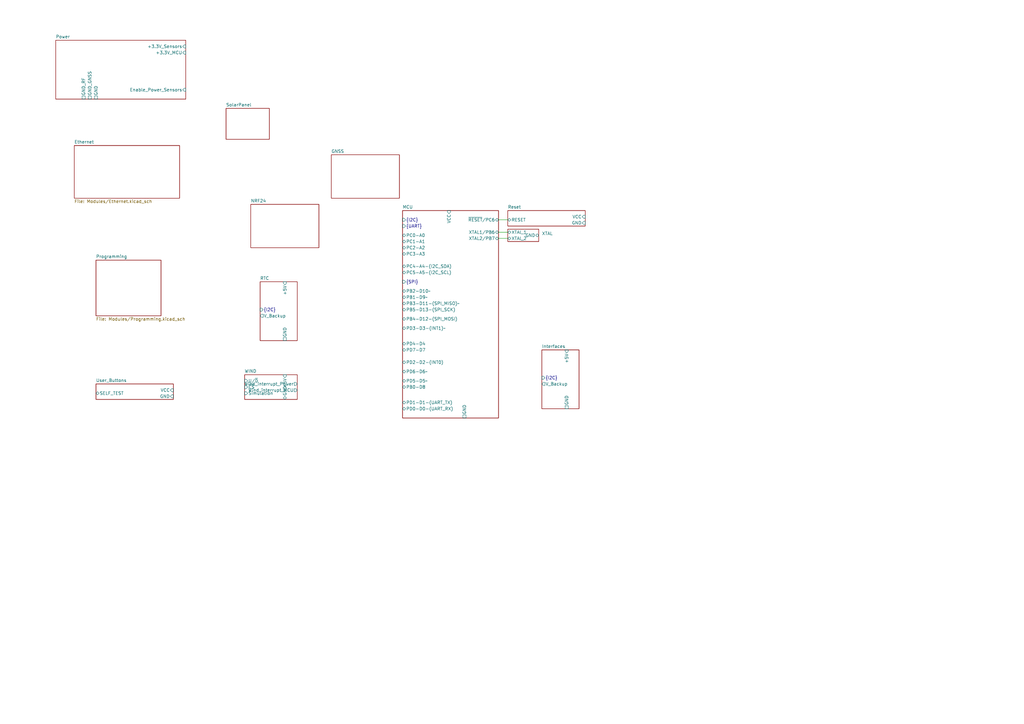
<source format=kicad_sch>
(kicad_sch
	(version 20231120)
	(generator "eeschema")
	(generator_version "8.0")
	(uuid "4bc9f80e-0a24-4618-ba5d-3a118070c43e")
	(paper "A3")
	(lib_symbols)
	(wire
		(pts
			(xy 204.47 95.25) (xy 208.28 95.25)
		)
		(stroke
			(width 0)
			(type default)
		)
		(uuid "37e8f825-6a4c-42d1-ac92-45925727149d")
	)
	(wire
		(pts
			(xy 204.47 97.79) (xy 208.28 97.79)
		)
		(stroke
			(width 0)
			(type default)
		)
		(uuid "3a5da3f3-6b92-4dc2-81a2-0c18caf7a786")
	)
	(wire
		(pts
			(xy 204.47 90.17) (xy 208.28 90.17)
		)
		(stroke
			(width 0)
			(type default)
		)
		(uuid "e3e260e6-e765-4172-8f26-afa8649de39f")
	)
	(sheet
		(at 22.86 16.51)
		(size 53.34 24.13)
		(fields_autoplaced yes)
		(stroke
			(width 0.1524)
			(type solid)
		)
		(fill
			(color 0 0 0 0.0000)
		)
		(uuid "227f63a5-2f15-4037-8fc8-26de9d1f16ea")
		(property "Sheetname" "Power"
			(at 22.86 15.7984 0)
			(effects
				(font
					(size 1.27 1.27)
				)
				(justify left bottom)
			)
		)
		(property "Sheetfile" "Modules/Power.kicad_sch"
			(at 22.86 41.2246 0)
			(effects
				(font
					(size 1.27 1.27)
				)
				(justify left top)
				(hide yes)
			)
		)
		(pin "Enable_Power_Sensors" input
			(at 76.2 36.83 0)
			(effects
				(font
					(size 1.27 1.27)
				)
				(justify right)
			)
			(uuid "62cfbb64-a1be-4932-97b4-740dae8701b6")
		)
		(pin "+3.3V_Sensors" input
			(at 76.2 19.05 0)
			(effects
				(font
					(size 1.27 1.27)
				)
				(justify right)
			)
			(uuid "24463893-8fb3-4f99-8747-0a8be59612d0")
		)
		(pin "+3.3V_MCU" input
			(at 76.2 21.59 0)
			(effects
				(font
					(size 1.27 1.27)
				)
				(justify right)
			)
			(uuid "95ce0e2d-2585-497c-b354-d65709639fce")
		)
		(pin "GND_GNSS" passive
			(at 36.83 40.64 270)
			(effects
				(font
					(size 1.27 1.27)
				)
				(justify left)
			)
			(uuid "525a2efb-663a-4cf4-a0ba-b49866119497")
		)
		(pin "GND" passive
			(at 39.37 40.64 270)
			(effects
				(font
					(size 1.27 1.27)
				)
				(justify left)
			)
			(uuid "134f8e04-6615-467c-8bfa-574bb9bb7079")
		)
		(pin "GND_RF" passive
			(at 34.29 40.64 270)
			(effects
				(font
					(size 1.27 1.27)
				)
				(justify left)
			)
			(uuid "ee47bd50-97b3-4dff-9472-5201dc32518b")
		)
		(instances
			(project "Weather"
				(path "/4bc9f80e-0a24-4618-ba5d-3a118070c43e"
					(page "8")
				)
			)
		)
	)
	(sheet
		(at 100.33 153.67)
		(size 21.59 10.16)
		(fields_autoplaced yes)
		(stroke
			(width 0.1524)
			(type solid)
		)
		(fill
			(color 0 0 0 0.0000)
		)
		(uuid "23ebc8b9-bb7e-4012-98fb-2b9a2dbefd7e")
		(property "Sheetname" "WIND"
			(at 100.33 152.9584 0)
			(effects
				(font
					(size 1.27 1.27)
				)
				(justify left bottom)
			)
		)
		(property "Sheetfile" "Modules/WIND.kicad_sch"
			(at 100.33 164.4146 0)
			(effects
				(font
					(size 1.27 1.27)
				)
				(justify left top)
				(hide yes)
			)
		)
		(pin "+5V" input
			(at 116.84 153.67 90)
			(effects
				(font
					(size 1.27 1.27)
				)
				(justify right)
			)
			(uuid "00acd4e8-466f-4421-8c68-5e10f0d5265d")
		)
		(pin "U{slash}~{D}" input
			(at 100.33 156.21 180)
			(effects
				(font
					(size 1.27 1.27)
				)
				(justify left)
			)
			(uuid "0821f2aa-6fdf-4f59-bc36-56d23d692784")
		)
		(pin "~{CS}" input
			(at 100.33 158.75 180)
			(effects
				(font
					(size 1.27 1.27)
				)
				(justify left)
			)
			(uuid "24c5ec45-239e-4e97-8f78-a9f171856358")
		)
		(pin "Simulation" input
			(at 100.33 161.29 180)
			(effects
				(font
					(size 1.27 1.27)
				)
				(justify left)
			)
			(uuid "a35810fa-16f3-4c16-8bd9-d4f5395791db")
		)
		(pin "GND" bidirectional
			(at 116.84 163.83 270)
			(effects
				(font
					(size 1.27 1.27)
				)
				(justify left)
			)
			(uuid "7559c43b-28ec-42ee-9792-9f9f1ebace73")
		)
		(pin "Wind_interrupt_Power" output
			(at 121.92 157.48 0)
			(effects
				(font
					(size 1.27 1.27)
				)
				(justify right)
			)
			(uuid "48b0d0ff-7fec-4207-9b27-3df90cd9d30c")
		)
		(pin "Wind_interrupt_MCU" output
			(at 121.92 160.02 0)
			(effects
				(font
					(size 1.27 1.27)
				)
				(justify right)
			)
			(uuid "25c5bb8f-48f3-4965-8fae-e0204a1d8580")
		)
		(instances
			(project "Weather"
				(path "/4bc9f80e-0a24-4618-ba5d-3a118070c43e"
					(page "3")
				)
			)
		)
	)
	(sheet
		(at 222.25 143.51)
		(size 15.24 24.13)
		(fields_autoplaced yes)
		(stroke
			(width 0.1524)
			(type solid)
		)
		(fill
			(color 0 0 0 0.0000)
		)
		(uuid "39e9adaa-0125-4045-bf4e-110370e942be")
		(property "Sheetname" "Interfaces"
			(at 222.25 142.7984 0)
			(effects
				(font
					(size 1.27 1.27)
				)
				(justify left bottom)
			)
		)
		(property "Sheetfile" "Modules/Interfaces.kicad_sch"
			(at 222.25 168.2246 0)
			(effects
				(font
					(size 1.27 1.27)
				)
				(justify left top)
				(hide yes)
			)
		)
		(pin "+5V" input
			(at 232.41 143.51 90)
			(effects
				(font
					(size 1.27 1.27)
				)
				(justify right)
			)
			(uuid "8dfe8631-4c28-440d-b297-ae0017043142")
		)
		(pin "GND" passive
			(at 232.41 167.64 270)
			(effects
				(font
					(size 1.27 1.27)
				)
				(justify left)
			)
			(uuid "e0edbba7-7cc5-4322-a001-b77681da0939")
		)
		(pin "{I2C}" input
			(at 222.25 154.94 180)
			(effects
				(font
					(size 1.27 1.27)
				)
				(justify left)
			)
			(uuid "52152ba7-b46c-4ddd-8761-75a30a55114a")
		)
		(pin "V_Backup" output
			(at 222.25 157.48 180)
			(effects
				(font
					(size 1.27 1.27)
				)
				(justify left)
			)
			(uuid "c6784fed-d790-4a4c-a6e1-0d80b28a221a")
		)
		(instances
			(project "Weather"
				(path "/4bc9f80e-0a24-4618-ba5d-3a118070c43e"
					(page "15")
				)
			)
		)
	)
	(sheet
		(at 208.28 93.98)
		(size 12.7 5.08)
		(stroke
			(width 0.1524)
			(type solid)
		)
		(fill
			(color 0 0 0 0.0000)
		)
		(uuid "3fdb808c-b7d6-448b-be26-584f8a24ea4a")
		(property "Sheetname" "XTAL"
			(at 222.25 96.52 0)
			(effects
				(font
					(size 1.27 1.27)
				)
				(justify left bottom)
			)
		)
		(property "Sheetfile" "Modules/Xtal.kicad_sch"
			(at 208.28 99.6446 0)
			(effects
				(font
					(size 1.27 1.27)
				)
				(justify left top)
				(hide yes)
			)
		)
		(pin "GND" bidirectional
			(at 220.98 96.52 0)
			(effects
				(font
					(size 1.27 1.27)
				)
				(justify right)
			)
			(uuid "0db58a3e-ab40-4d96-bc65-396a871beaa6")
		)
		(pin "XTAl_1" bidirectional
			(at 208.28 95.25 180)
			(effects
				(font
					(size 1.27 1.27)
				)
				(justify left)
			)
			(uuid "db89b2c2-d92d-42f2-bc37-378d86d069cf")
		)
		(pin "XTAl_2" bidirectional
			(at 208.28 97.79 180)
			(effects
				(font
					(size 1.27 1.27)
				)
				(justify left)
			)
			(uuid "8af4c051-b6b2-4759-9a0d-5d044f77f19e")
		)
		(instances
			(project "Weather"
				(path "/4bc9f80e-0a24-4618-ba5d-3a118070c43e"
					(page "5")
				)
			)
		)
	)
	(sheet
		(at 165.1 86.36)
		(size 39.37 85.09)
		(fields_autoplaced yes)
		(stroke
			(width 0.1524)
			(type solid)
		)
		(fill
			(color 0 0 0 0.0000)
		)
		(uuid "6df9e135-6b30-40c1-b1f1-f69b9f79101d")
		(property "Sheetname" "MCU"
			(at 165.1 85.6484 0)
			(effects
				(font
					(size 1.27 1.27)
				)
				(justify left bottom)
			)
		)
		(property "Sheetfile" "Modules/MCU.kicad_sch"
			(at 165.1 172.0346 0)
			(effects
				(font
					(size 1.27 1.27)
				)
				(justify left top)
				(hide yes)
			)
		)
		(pin "XTAL1/PB6" bidirectional
			(at 204.47 95.25 0)
			(effects
				(font
					(size 1.27 1.27)
				)
				(justify right)
			)
			(uuid "a937a771-ccac-4fe7-9f2c-13ed007aefb2")
		)
		(pin "PC0-A0" bidirectional
			(at 165.1 96.52 180)
			(effects
				(font
					(size 1.27 1.27)
				)
				(justify left)
			)
			(uuid "f42ec9df-23eb-4cbe-ab31-9df827f77ab6")
		)
		(pin "{UART}" input
			(at 165.1 92.71 180)
			(effects
				(font
					(size 1.27 1.27)
				)
				(justify left)
			)
			(uuid "0abbc258-9ae0-48a2-b5ac-101857535a38")
		)
		(pin "XTAL2/PB7" bidirectional
			(at 204.47 97.79 0)
			(effects
				(font
					(size 1.27 1.27)
				)
				(justify right)
			)
			(uuid "4847d94c-5b9c-4e44-9df2-93cca284e5fc")
		)
		(pin "{I2C}" input
			(at 165.1 90.17 180)
			(effects
				(font
					(size 1.27 1.27)
				)
				(justify left)
			)
			(uuid "de437e45-efc1-4307-91f5-d9764d2e5168")
		)
		(pin "PC1-A1" bidirectional
			(at 165.1 99.06 180)
			(effects
				(font
					(size 1.27 1.27)
				)
				(justify left)
			)
			(uuid "1ff86f5a-5290-4051-a1eb-83e0d8245e14")
		)
		(pin "PC2-A2" bidirectional
			(at 165.1 101.6 180)
			(effects
				(font
					(size 1.27 1.27)
				)
				(justify left)
			)
			(uuid "0018772e-d6a7-4a67-ab56-7d7f0de743ed")
		)
		(pin "PC3-A3" bidirectional
			(at 165.1 104.14 180)
			(effects
				(font
					(size 1.27 1.27)
				)
				(justify left)
			)
			(uuid "58e56e3b-bc9e-4db6-ba87-97e74ca0f338")
		)
		(pin "PC4-A4-(I2C_SDA)" bidirectional
			(at 165.1 109.22 180)
			(effects
				(font
					(size 1.27 1.27)
				)
				(justify left)
			)
			(uuid "509928ce-fe15-4552-a95c-ce3b0c9c9f06")
		)
		(pin "PD0-D0-(UART_RX)" bidirectional
			(at 165.1 167.64 180)
			(effects
				(font
					(size 1.27 1.27)
				)
				(justify left)
			)
			(uuid "8483e6bd-50c5-4ce5-80ce-9b4283c6cc0a")
		)
		(pin "PC5-A5-(I2C_SCL)" bidirectional
			(at 165.1 111.76 180)
			(effects
				(font
					(size 1.27 1.27)
				)
				(justify left)
			)
			(uuid "07242dea-c35b-4d6b-acd1-c784f6a349ef")
		)
		(pin "PD1-D1-(UART_TX)" bidirectional
			(at 165.1 165.1 180)
			(effects
				(font
					(size 1.27 1.27)
				)
				(justify left)
			)
			(uuid "781ed622-d7fe-4ade-bbbc-18be1c45b256")
		)
		(pin "~{RESET}/PC6" bidirectional
			(at 204.47 90.17 0)
			(effects
				(font
					(size 1.27 1.27)
				)
				(justify right)
			)
			(uuid "9d52b85b-003a-4175-b5ba-dd8c97b7c642")
		)
		(pin "PB0-D8" bidirectional
			(at 165.1 158.75 180)
			(effects
				(font
					(size 1.27 1.27)
				)
				(justify left)
			)
			(uuid "bc48f4a4-af0d-4314-b44b-d7848980ad24")
		)
		(pin "PD5-D5~" bidirectional
			(at 165.1 156.21 180)
			(effects
				(font
					(size 1.27 1.27)
				)
				(justify left)
			)
			(uuid "f7f552da-e12c-4c24-959f-6ba4d824aeee")
		)
		(pin "PD6-D6~" bidirectional
			(at 165.1 152.4 180)
			(effects
				(font
					(size 1.27 1.27)
				)
				(justify left)
			)
			(uuid "4ba44529-812a-40fc-8b31-b29b552a3c73")
		)
		(pin "PD2-D2-(INT0)" bidirectional
			(at 165.1 148.59 180)
			(effects
				(font
					(size 1.27 1.27)
				)
				(justify left)
			)
			(uuid "8c28430c-3b35-460d-a5ed-55483569dc76")
		)
		(pin "PD7-D7" bidirectional
			(at 165.1 143.51 180)
			(effects
				(font
					(size 1.27 1.27)
				)
				(justify left)
			)
			(uuid "352f310d-9074-4643-9edd-8438c0f4da08")
		)
		(pin "PD4-D4" bidirectional
			(at 165.1 140.97 180)
			(effects
				(font
					(size 1.27 1.27)
				)
				(justify left)
			)
			(uuid "6aed25e3-f6e2-4f7e-b91a-a5f404ef7850")
		)
		(pin "PD3-D3-(INT1)~" bidirectional
			(at 165.1 134.62 180)
			(effects
				(font
					(size 1.27 1.27)
				)
				(justify left)
			)
			(uuid "cd0b4f6a-9d58-4539-90a5-9a363108b5a4")
		)
		(pin "PB4-D12-(SPI_MOSI)" bidirectional
			(at 165.1 130.81 180)
			(effects
				(font
					(size 1.27 1.27)
				)
				(justify left)
			)
			(uuid "e9940b90-fa50-4302-8755-f2215666d679")
		)
		(pin "PB5-D13-(SPI_SCK)" bidirectional
			(at 165.1 127 180)
			(effects
				(font
					(size 1.27 1.27)
				)
				(justify left)
			)
			(uuid "c920a01b-4cae-4ad3-a182-e756fea1cd49")
		)
		(pin "PB3-D11-(SPI_MISO)~" bidirectional
			(at 165.1 124.46 180)
			(effects
				(font
					(size 1.27 1.27)
				)
				(justify left)
			)
			(uuid "31456e29-5939-4ee2-8ce5-4cd02f4d813f")
		)
		(pin "PB1-D9~" bidirectional
			(at 165.1 121.92 180)
			(effects
				(font
					(size 1.27 1.27)
				)
				(justify left)
			)
			(uuid "0ebde06f-b809-4ffb-a516-d11a704b0f16")
		)
		(pin "PB2-D10~" bidirectional
			(at 165.1 119.38 180)
			(effects
				(font
					(size 1.27 1.27)
				)
				(justify left)
			)
			(uuid "14baea79-d234-4ffc-b6c1-bf6d7e55904f")
		)
		(pin "{SPI}" input
			(at 165.1 115.57 180)
			(effects
				(font
					(size 1.27 1.27)
				)
				(justify left)
			)
			(uuid "43e5cc1b-f8e0-4064-aa2b-06c072c14c79")
		)
		(pin "VCC" input
			(at 184.15 86.36 90)
			(effects
				(font
					(size 1.27 1.27)
				)
				(justify right)
			)
			(uuid "6ce36059-4c4a-4869-896a-9b9174e989a0")
		)
		(pin "GND" passive
			(at 190.5 171.45 270)
			(effects
				(font
					(size 1.27 1.27)
				)
				(justify left)
			)
			(uuid "dd9fcde3-bc4d-4415-bbab-b8f726c79002")
		)
		(instances
			(project "Weather"
				(path "/4bc9f80e-0a24-4618-ba5d-3a118070c43e"
					(page "2")
				)
			)
		)
	)
	(sheet
		(at 92.71 44.45)
		(size 17.78 12.7)
		(fields_autoplaced yes)
		(stroke
			(width 0.1524)
			(type solid)
		)
		(fill
			(color 0 0 0 0.0000)
		)
		(uuid "a220d8ba-131f-4fb3-8c1c-f0679e6cb087")
		(property "Sheetname" "SolarPanel"
			(at 92.71 43.7384 0)
			(effects
				(font
					(size 1.27 1.27)
				)
				(justify left bottom)
			)
		)
		(property "Sheetfile" "Modules/Solarpanel.kicad_sch"
			(at 92.71 57.7346 0)
			(effects
				(font
					(size 1.27 1.27)
				)
				(justify left top)
				(hide yes)
			)
		)
		(instances
			(project "Weather"
				(path "/4bc9f80e-0a24-4618-ba5d-3a118070c43e"
					(page "7")
				)
			)
		)
	)
	(sheet
		(at 106.68 115.57)
		(size 15.24 24.13)
		(fields_autoplaced yes)
		(stroke
			(width 0.1524)
			(type solid)
		)
		(fill
			(color 0 0 0 0.0000)
		)
		(uuid "a5da99d9-516b-4840-bbd1-fedad36cbbbf")
		(property "Sheetname" "RTC"
			(at 106.68 114.8584 0)
			(effects
				(font
					(size 1.27 1.27)
				)
				(justify left bottom)
			)
		)
		(property "Sheetfile" "Modules/RTC.kicad_sch"
			(at 106.68 140.2846 0)
			(effects
				(font
					(size 1.27 1.27)
				)
				(justify left top)
				(hide yes)
			)
		)
		(pin "+5V" input
			(at 116.84 115.57 90)
			(effects
				(font
					(size 1.27 1.27)
				)
				(justify right)
			)
			(uuid "4f56b891-aee8-4dc2-b8e1-6fc90988daec")
		)
		(pin "GND" passive
			(at 116.84 139.7 270)
			(effects
				(font
					(size 1.27 1.27)
				)
				(justify left)
			)
			(uuid "97d02141-81d0-474b-8b3d-96d772dec28f")
		)
		(pin "{I2C}" input
			(at 106.68 127 180)
			(effects
				(font
					(size 1.27 1.27)
				)
				(justify left)
			)
			(uuid "93d1e24f-8400-4914-b181-8bfd940d3ddf")
		)
		(pin "V_Backup" output
			(at 106.68 129.54 180)
			(effects
				(font
					(size 1.27 1.27)
				)
				(justify left)
			)
			(uuid "e7892825-482c-4a11-ad4f-6692d9fdfa91")
		)
		(instances
			(project "Weather"
				(path "/4bc9f80e-0a24-4618-ba5d-3a118070c43e"
					(page "4")
				)
			)
		)
	)
	(sheet
		(at 39.37 157.48)
		(size 31.75 6.35)
		(fields_autoplaced yes)
		(stroke
			(width 0.1524)
			(type solid)
		)
		(fill
			(color 0 0 0 0.0000)
		)
		(uuid "ca16450b-3bf0-414c-83a2-71306aba19fe")
		(property "Sheetname" "User_Buttons"
			(at 39.37 156.7684 0)
			(effects
				(font
					(size 1.27 1.27)
				)
				(justify left bottom)
			)
		)
		(property "Sheetfile" "Modules/User_Buttons.kicad_sch"
			(at 39.37 164.4146 0)
			(effects
				(font
					(size 1.27 1.27)
				)
				(justify left top)
				(hide yes)
			)
		)
		(pin "GND" input
			(at 71.12 162.56 0)
			(effects
				(font
					(size 1.27 1.27)
				)
				(justify right)
			)
			(uuid "de573b17-4fb9-4c93-bf53-283c871551a6")
		)
		(pin "VCC" input
			(at 71.12 160.02 0)
			(effects
				(font
					(size 1.27 1.27)
				)
				(justify right)
			)
			(uuid "0ba9a68c-2e86-45cb-806a-a73ec4690732")
		)
		(pin "SELF_TEST" bidirectional
			(at 39.37 161.29 180)
			(effects
				(font
					(size 1.27 1.27)
				)
				(justify left)
			)
			(uuid "d0e5932d-2b4a-4b41-9d46-3f4704f2ff39")
		)
		(instances
			(project "Weather"
				(path "/4bc9f80e-0a24-4618-ba5d-3a118070c43e"
					(page "14")
				)
			)
		)
	)
	(sheet
		(at 135.89 63.5)
		(size 27.94 17.78)
		(fields_autoplaced yes)
		(stroke
			(width 0.1524)
			(type solid)
		)
		(fill
			(color 0 0 0 0.0000)
		)
		(uuid "cec30e87-23bc-4652-8f00-6a65fa21d321")
		(property "Sheetname" "GNSS"
			(at 135.89 62.7884 0)
			(effects
				(font
					(size 1.27 1.27)
				)
				(justify left bottom)
			)
		)
		(property "Sheetfile" "Modules/GNSS.kicad_sch"
			(at 135.89 81.8646 0)
			(effects
				(font
					(size 1.27 1.27)
				)
				(justify left top)
				(hide yes)
			)
		)
		(instances
			(project "Weather"
				(path "/4bc9f80e-0a24-4618-ba5d-3a118070c43e"
					(page "10")
				)
			)
		)
	)
	(sheet
		(at 30.48 59.69)
		(size 43.18 21.59)
		(fields_autoplaced yes)
		(stroke
			(width 0.1524)
			(type solid)
		)
		(fill
			(color 0 0 0 0.0000)
		)
		(uuid "cfb30061-fc07-4cd8-8e3d-15f9438a61ce")
		(property "Sheetname" "Ethernet"
			(at 30.48 58.9784 0)
			(effects
				(font
					(size 1.27 1.27)
				)
				(justify left bottom)
			)
		)
		(property "Sheetfile" "Modules/Ethernet.kicad_sch"
			(at 30.48 81.8646 0)
			(effects
				(font
					(size 1.27 1.27)
				)
				(justify left top)
			)
		)
		(instances
			(project "Weather"
				(path "/4bc9f80e-0a24-4618-ba5d-3a118070c43e"
					(page "12")
				)
			)
		)
	)
	(sheet
		(at 208.28 86.36)
		(size 31.75 6.35)
		(fields_autoplaced yes)
		(stroke
			(width 0.1524)
			(type solid)
		)
		(fill
			(color 0 0 0 0.0000)
		)
		(uuid "cfc6b73e-917c-413b-93d1-f646a07cd8e3")
		(property "Sheetname" "Reset"
			(at 208.28 85.6484 0)
			(effects
				(font
					(size 1.27 1.27)
				)
				(justify left bottom)
			)
		)
		(property "Sheetfile" "Modules/Reset.kicad_sch"
			(at 208.28 93.2946 0)
			(effects
				(font
					(size 1.27 1.27)
				)
				(justify left top)
				(hide yes)
			)
		)
		(pin "GND" input
			(at 240.03 91.44 0)
			(effects
				(font
					(size 1.27 1.27)
				)
				(justify right)
			)
			(uuid "3fe68ba3-1e3e-405b-847b-fd2a4d8a7af2")
		)
		(pin "RESET" bidirectional
			(at 208.28 90.17 180)
			(effects
				(font
					(size 1.27 1.27)
				)
				(justify left)
			)
			(uuid "893f6bb4-2d2b-443d-92f9-00ed758095de")
		)
		(pin "VCC" input
			(at 240.03 88.9 0)
			(effects
				(font
					(size 1.27 1.27)
				)
				(justify right)
			)
			(uuid "356a435c-2061-43e4-8fd5-7487f8accbde")
		)
		(instances
			(project "Weather"
				(path "/4bc9f80e-0a24-4618-ba5d-3a118070c43e"
					(page "6")
				)
			)
		)
	)
	(sheet
		(at 102.87 83.82)
		(size 27.94 17.78)
		(fields_autoplaced yes)
		(stroke
			(width 0.1524)
			(type solid)
		)
		(fill
			(color 0 0 0 0.0000)
		)
		(uuid "e8e4a864-d5d9-4854-8ef8-3f6ef20b19db")
		(property "Sheetname" "NRF24"
			(at 102.87 83.1084 0)
			(effects
				(font
					(size 1.27 1.27)
				)
				(justify left bottom)
			)
		)
		(property "Sheetfile" "Modules/NRF24.kicad_sch"
			(at 102.87 102.1846 0)
			(effects
				(font
					(size 1.27 1.27)
				)
				(justify left top)
				(hide yes)
			)
		)
		(instances
			(project "Weather"
				(path "/4bc9f80e-0a24-4618-ba5d-3a118070c43e"
					(page "9")
				)
			)
		)
	)
	(sheet
		(at 39.37 106.68)
		(size 26.67 22.86)
		(fields_autoplaced yes)
		(stroke
			(width 0.1524)
			(type solid)
		)
		(fill
			(color 0 0 0 0.0000)
		)
		(uuid "f0228972-90ea-4da6-b918-ead9c247762d")
		(property "Sheetname" "Programming"
			(at 39.37 105.9684 0)
			(effects
				(font
					(size 1.27 1.27)
				)
				(justify left bottom)
			)
		)
		(property "Sheetfile" "Modules/Programming.kicad_sch"
			(at 39.37 130.1246 0)
			(effects
				(font
					(size 1.27 1.27)
				)
				(justify left top)
			)
		)
		(instances
			(project "Weather"
				(path "/4bc9f80e-0a24-4618-ba5d-3a118070c43e"
					(page "13")
				)
			)
		)
	)
	(sheet_instances
		(path "/"
			(page "1")
		)
	)
)
</source>
